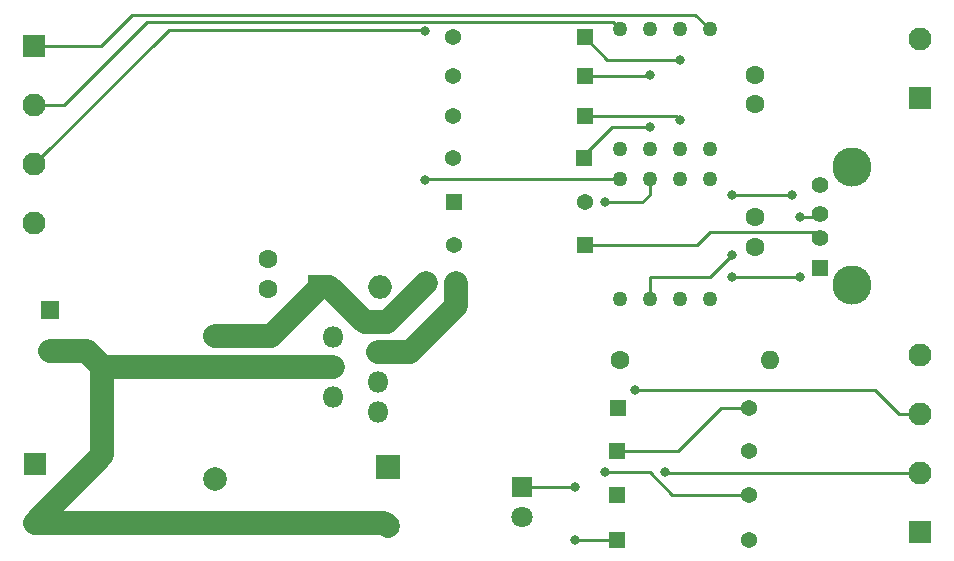
<source format=gbr>
%TF.GenerationSoftware,KiCad,Pcbnew,(6.0.9)*%
%TF.CreationDate,2022-12-19T09:49:19-08:00*%
%TF.ProjectId,TinyG-SuperPid-Integrator,54696e79-472d-4537-9570-65725069642d,rev?*%
%TF.SameCoordinates,Original*%
%TF.FileFunction,Copper,L4,Bot*%
%TF.FilePolarity,Positive*%
%FSLAX46Y46*%
G04 Gerber Fmt 4.6, Leading zero omitted, Abs format (unit mm)*
G04 Created by KiCad (PCBNEW (6.0.9)) date 2022-12-19 09:49:19*
%MOMM*%
%LPD*%
G01*
G04 APERTURE LIST*
%TA.AperFunction,ComponentPad*%
%ADD10C,1.270000*%
%TD*%
%TA.AperFunction,ComponentPad*%
%ADD11R,1.950000X1.950000*%
%TD*%
%TA.AperFunction,ComponentPad*%
%ADD12C,1.950000*%
%TD*%
%TA.AperFunction,ComponentPad*%
%ADD13C,2.000000*%
%TD*%
%TA.AperFunction,ComponentPad*%
%ADD14C,1.600000*%
%TD*%
%TA.AperFunction,ComponentPad*%
%ADD15O,1.600000X1.600000*%
%TD*%
%TA.AperFunction,ComponentPad*%
%ADD16R,1.371600X1.371600*%
%TD*%
%TA.AperFunction,ComponentPad*%
%ADD17C,1.371600*%
%TD*%
%TA.AperFunction,ComponentPad*%
%ADD18R,2.000000X2.000000*%
%TD*%
%TA.AperFunction,ComponentPad*%
%ADD19O,2.000000X2.000000*%
%TD*%
%TA.AperFunction,ComponentPad*%
%ADD20R,1.800000X1.800000*%
%TD*%
%TA.AperFunction,ComponentPad*%
%ADD21O,1.800000X1.800000*%
%TD*%
%TA.AperFunction,ComponentPad*%
%ADD22R,1.408000X1.408000*%
%TD*%
%TA.AperFunction,ComponentPad*%
%ADD23C,1.408000*%
%TD*%
%TA.AperFunction,ComponentPad*%
%ADD24C,3.316000*%
%TD*%
%TA.AperFunction,ComponentPad*%
%ADD25R,1.600000X1.600000*%
%TD*%
%TA.AperFunction,ComponentPad*%
%ADD26C,1.800000*%
%TD*%
%TA.AperFunction,ViaPad*%
%ADD27C,0.800000*%
%TD*%
%TA.AperFunction,Conductor*%
%ADD28C,2.000000*%
%TD*%
%TA.AperFunction,Conductor*%
%ADD29C,0.250000*%
%TD*%
G04 APERTURE END LIST*
D10*
%TO.P,U2,1,A1*%
%TO.N,Net-(J1-Pad1)*%
X86995000Y-47585000D03*
%TO.P,U2,2,C1*%
%TO.N,Net-(R1-Pad1)*%
X84455000Y-47585000D03*
%TO.P,U2,3,C2*%
%TO.N,Net-(R2-Pad1)*%
X81915000Y-47585000D03*
%TO.P,U2,4,A2*%
%TO.N,Net-(J1-Pad2)*%
X79375000Y-47585000D03*
%TO.P,U2,5,GND*%
%TO.N,GND*%
X79375000Y-57745000D03*
%TO.P,U2,6,O2*%
%TO.N,Net-(J2-Pad3)*%
X81915000Y-57745000D03*
%TO.P,U2,7,O1*%
%TO.N,Net-(J2-Pad2)*%
X84455000Y-57745000D03*
%TO.P,U2,8,Vcc*%
%TO.N,+5V*%
X86995000Y-57745000D03*
%TD*%
D11*
%TO.P,J2,1,+5*%
%TO.N,+5V*%
X104775000Y-90170000D03*
D12*
%TO.P,J2,2,PWM*%
%TO.N,Net-(J2-Pad2)*%
X104775000Y-85170000D03*
%TO.P,J2,3,RUN*%
%TO.N,Net-(J2-Pad3)*%
X104775000Y-80170000D03*
%TO.P,J2,4,GND*%
%TO.N,GND*%
X104775000Y-75170000D03*
%TD*%
D13*
%TO.P,L1,1,1*%
%TO.N,Net-(Cb1-Pad1)*%
X45085000Y-73570000D03*
%TO.P,L1,2,2*%
%TO.N,+5V*%
X45085000Y-85640000D03*
%TD*%
D14*
%TO.P,RL1,1*%
%TO.N,GND*%
X79375000Y-75565000D03*
D15*
%TO.P,RL1,2*%
%TO.N,+5V*%
X92075000Y-75565000D03*
%TD*%
D16*
%TO.P,R1,1*%
%TO.N,Net-(R1-Pad1)*%
X76415700Y-48260000D03*
D17*
%TO.P,R1,2*%
%TO.N,GND*%
X65290500Y-48260000D03*
%TD*%
D18*
%TO.P,D1,1,K*%
%TO.N,Net-(Cb1-Pad1)*%
X54013318Y-69387801D03*
D19*
%TO.P,D1,2,A*%
%TO.N,GND*%
X59093318Y-69387801D03*
%TD*%
D16*
%TO.P,R9,1*%
%TO.N,GND*%
X79159300Y-86995000D03*
D17*
%TO.P,R9,2*%
%TO.N,Net-(R9-Pad2)*%
X90284500Y-86995000D03*
%TD*%
D11*
%TO.P,J1,1,PWM*%
%TO.N,Net-(J1-Pad1)*%
X29807500Y-49015000D03*
D12*
%TO.P,J1,2,SPIN*%
%TO.N,Net-(J1-Pad2)*%
X29807500Y-54015000D03*
%TO.P,J1,3,COOL*%
%TO.N,Net-(J1-Pad3)*%
X29807500Y-59015000D03*
%TO.P,J1,4,GND*%
%TO.N,GND*%
X29807500Y-64015000D03*
%TD*%
D20*
%TO.P,U1,1,Switch_Out*%
%TO.N,Net-(Cb1-Pad1)*%
X58905000Y-72390000D03*
D21*
%TO.P,U1,2,VIN*%
%TO.N,Net-(Cin1-Pad1)*%
X55105000Y-73660000D03*
%TO.P,U1,3,BOOST*%
%TO.N,Net-(Cb1-Pad2)*%
X58905000Y-74930000D03*
%TO.P,U1,4,GND*%
%TO.N,GND*%
X55105000Y-76200000D03*
%TO.P,U1,5,NC*%
%TO.N,unconnected-(U1-Pad5)*%
X58905000Y-77470000D03*
%TO.P,U1,6,FB*%
%TO.N,+5V*%
X55105000Y-78740000D03*
%TO.P,U1,7,ON/OFF*%
%TO.N,unconnected-(U1-Pad7)*%
X58905000Y-80010000D03*
%TD*%
D11*
%TO.P,J5,1,+*%
%TO.N,Net-(J5-Pad1)*%
X104812500Y-53420000D03*
D12*
%TO.P,J5,2,-*%
%TO.N,GND*%
X104812500Y-48420000D03*
%TD*%
D14*
%TO.P,C2,1*%
%TO.N,+5V*%
X90805000Y-63520000D03*
%TO.P,C2,2*%
%TO.N,GND*%
X90805000Y-66020000D03*
%TD*%
D22*
%TO.P,J4,1,Vcc*%
%TO.N,+5V*%
X96365000Y-67782500D03*
D23*
%TO.P,J4,2,D-*%
%TO.N,Net-(J4-Pad2)*%
X96365000Y-65282500D03*
%TO.P,J4,3,D+*%
%TO.N,Net-(J4-Pad3)*%
X96365000Y-63282500D03*
%TO.P,J4,4,GND*%
%TO.N,GND*%
X96365000Y-60782500D03*
D24*
%TO.P,J4,5,SHIELD*%
X99035000Y-69282500D03*
X99035000Y-59282500D03*
%TD*%
D16*
%TO.P,R8,1*%
%TO.N,Net-(J4-Pad3)*%
X79159300Y-83345678D03*
D17*
%TO.P,R8,2*%
%TO.N,+5V*%
X90284500Y-83345678D03*
%TD*%
D25*
%TO.P,Cin1,1*%
%TO.N,Net-(Cin1-Pad1)*%
X31115000Y-71372349D03*
D14*
%TO.P,Cin1,2*%
%TO.N,GND*%
X31115000Y-74872349D03*
%TD*%
D16*
%TO.P,R10,1*%
%TO.N,Net-(D2-Pad1)*%
X79159300Y-90805000D03*
D17*
%TO.P,R10,2*%
%TO.N,GND*%
X90284500Y-90805000D03*
%TD*%
D10*
%TO.P,U3,1,A1*%
%TO.N,unconnected-(U3-Pad1)*%
X86995000Y-60285000D03*
%TO.P,U3,2,C1*%
%TO.N,unconnected-(U3-Pad2)*%
X84455000Y-60285000D03*
%TO.P,U3,3,C2*%
%TO.N,Net-(R9-Pad2)*%
X81915000Y-60285000D03*
%TO.P,U3,4,A2*%
%TO.N,Net-(J1-Pad3)*%
X79375000Y-60285000D03*
%TO.P,U3,5,GND*%
%TO.N,GND*%
X79375000Y-70445000D03*
%TO.P,U3,6,O2*%
%TO.N,Net-(J5-Pad1)*%
X81915000Y-70445000D03*
%TO.P,U3,7,O1*%
%TO.N,unconnected-(U3-Pad7)*%
X84455000Y-70445000D03*
%TO.P,U3,8,Vcc*%
%TO.N,+5V*%
X86995000Y-70445000D03*
%TD*%
D14*
%TO.P,Cb1,1*%
%TO.N,Net-(Cb1-Pad1)*%
X63000203Y-69084865D03*
%TO.P,Cb1,2*%
%TO.N,Net-(Cb1-Pad2)*%
X65500203Y-69084865D03*
%TD*%
%TO.P,Cinx1,1*%
%TO.N,Net-(Cin1-Pad1)*%
X49562685Y-69592058D03*
%TO.P,Cinx1,2*%
%TO.N,GND*%
X49562685Y-67092058D03*
%TD*%
%TO.P,C1,1*%
%TO.N,+5V*%
X90805000Y-51435000D03*
%TO.P,C1,2*%
%TO.N,GND*%
X90805000Y-53935000D03*
%TD*%
D18*
%TO.P,Cout1,1*%
%TO.N,+5V*%
X59752077Y-84696742D03*
D13*
%TO.P,Cout1,2*%
%TO.N,GND*%
X59752077Y-89696742D03*
%TD*%
D11*
%TO.P,J3,1,+*%
%TO.N,Net-(Cin1-Pad1)*%
X29828410Y-84380787D03*
D12*
%TO.P,J3,2,-*%
%TO.N,GND*%
X29828410Y-89380787D03*
%TD*%
D16*
%TO.P,R7,1*%
%TO.N,GND*%
X79227567Y-79696356D03*
D17*
%TO.P,R7,2*%
%TO.N,Net-(J4-Pad3)*%
X90352767Y-79696356D03*
%TD*%
D16*
%TO.P,R2,1*%
%TO.N,Net-(R2-Pad1)*%
X76415700Y-51585365D03*
D17*
%TO.P,R2,2*%
%TO.N,GND*%
X65290500Y-51585365D03*
%TD*%
D20*
%TO.P,D2,1,K*%
%TO.N,Net-(D2-Pad1)*%
X71120000Y-86355000D03*
D26*
%TO.P,D2,2,A*%
%TO.N,+5V*%
X71120000Y-88895000D03*
%TD*%
D16*
%TO.P,R5,1*%
%TO.N,GND*%
X65312152Y-62214758D03*
D17*
%TO.P,R5,2*%
%TO.N,Net-(J4-Pad2)*%
X76437352Y-62214758D03*
%TD*%
D16*
%TO.P,R3,1*%
%TO.N,Net-(J2-Pad2)*%
X76415700Y-54910730D03*
D17*
%TO.P,R3,2*%
%TO.N,+5V*%
X65290500Y-54910730D03*
%TD*%
D16*
%TO.P,R4,1*%
%TO.N,Net-(J2-Pad3)*%
X76390749Y-58532218D03*
D17*
%TO.P,R4,2*%
%TO.N,+5V*%
X65265549Y-58532218D03*
%TD*%
D16*
%TO.P,R6,1*%
%TO.N,Net-(J4-Pad2)*%
X76446305Y-65864080D03*
D17*
%TO.P,R6,2*%
%TO.N,+5V*%
X65321105Y-65864080D03*
%TD*%
D27*
%TO.N,Net-(J1-Pad3)*%
X62865000Y-47714500D03*
X62865000Y-60325000D03*
%TO.N,Net-(J2-Pad2)*%
X83185000Y-85090000D03*
X84455000Y-55245000D03*
%TO.N,Net-(J2-Pad3)*%
X80645000Y-78105000D03*
X81915000Y-55880000D03*
%TO.N,Net-(J4-Pad3)*%
X94615000Y-63500000D03*
X94615000Y-68580000D03*
X88900000Y-68580000D03*
%TO.N,Net-(R1-Pad1)*%
X84455000Y-50165000D03*
%TO.N,Net-(R2-Pad1)*%
X81915000Y-51435000D03*
%TO.N,Net-(R9-Pad2)*%
X78105000Y-85090000D03*
X78105000Y-62230000D03*
%TO.N,Net-(J5-Pad1)*%
X88900000Y-66675000D03*
X93980000Y-61595000D03*
X88900000Y-61595000D03*
%TO.N,Net-(D2-Pad1)*%
X75565000Y-86360000D03*
X75565000Y-90805000D03*
%TD*%
D28*
%TO.N,GND*%
X59436122Y-89380787D02*
X59752077Y-89696742D01*
X34232349Y-74872349D02*
X35560000Y-76200000D01*
X29828410Y-89380787D02*
X59436122Y-89380787D01*
X29828410Y-89380787D02*
X35560000Y-83649197D01*
X35560000Y-83649197D02*
X35560000Y-76200000D01*
X35560000Y-76200000D02*
X55105000Y-76200000D01*
X31115000Y-74872349D02*
X34232349Y-74872349D01*
%TO.N,Net-(Cb1-Pad1)*%
X58905000Y-72390000D02*
X59695068Y-72390000D01*
X49831119Y-73570000D02*
X54013318Y-69387801D01*
X54013318Y-69387801D02*
X54782801Y-69387801D01*
X57785000Y-72390000D02*
X58905000Y-72390000D01*
X59695068Y-72390000D02*
X63000203Y-69084865D01*
X54782801Y-69387801D02*
X57785000Y-72390000D01*
X45085000Y-73570000D02*
X49831119Y-73570000D01*
%TO.N,Net-(Cb1-Pad2)*%
X65500203Y-71024797D02*
X65500203Y-69084865D01*
X58905000Y-74930000D02*
X61595000Y-74930000D01*
X61595000Y-74930000D02*
X65500203Y-71024797D01*
D29*
%TO.N,Net-(J1-Pad1)*%
X85765000Y-46355000D02*
X86995000Y-47585000D01*
X38100000Y-46355000D02*
X35440000Y-49015000D01*
X38100000Y-46355000D02*
X85765000Y-46355000D01*
X35440000Y-49015000D02*
X29807500Y-49015000D01*
%TO.N,Net-(J1-Pad3)*%
X29807500Y-59015000D02*
X41197500Y-47625000D01*
X62865000Y-60325000D02*
X62905000Y-60285000D01*
X42545000Y-47625000D02*
X62775500Y-47625000D01*
X41197500Y-47625000D02*
X42545000Y-47625000D01*
X62905000Y-60285000D02*
X79375000Y-60285000D01*
X62775500Y-47625000D02*
X62865000Y-47714500D01*
%TO.N,Net-(J2-Pad2)*%
X104775000Y-85170000D02*
X83265000Y-85170000D01*
X83265000Y-85170000D02*
X83185000Y-85090000D01*
X84120730Y-54910730D02*
X84455000Y-55245000D01*
X76415700Y-54910730D02*
X84120730Y-54910730D01*
%TO.N,Net-(J2-Pad3)*%
X76390749Y-58532218D02*
X76390749Y-58229251D01*
X104775000Y-80170000D02*
X103030000Y-80170000D01*
X78740000Y-55880000D02*
X81915000Y-55880000D01*
X100965000Y-78105000D02*
X80645000Y-78105000D01*
X76390749Y-58229251D02*
X78740000Y-55880000D01*
X103030000Y-80170000D02*
X100965000Y-78105000D01*
%TO.N,Net-(J4-Pad2)*%
X95852500Y-64770000D02*
X96365000Y-65282500D01*
X85900920Y-65864080D02*
X86995000Y-64770000D01*
X86995000Y-64770000D02*
X95852500Y-64770000D01*
X76446305Y-65864080D02*
X85900920Y-65864080D01*
%TO.N,Net-(J4-Pad3)*%
X87943644Y-79696356D02*
X90352767Y-79696356D01*
X96147500Y-63500000D02*
X96365000Y-63282500D01*
X88900000Y-68580000D02*
X91067500Y-68580000D01*
X91067500Y-68580000D02*
X94615000Y-68580000D01*
X94615000Y-63500000D02*
X96147500Y-63500000D01*
X79159300Y-83345678D02*
X84294322Y-83345678D01*
X84294322Y-83345678D02*
X87943644Y-79696356D01*
%TO.N,Net-(J1-Pad2)*%
X78780000Y-46990000D02*
X79375000Y-47585000D01*
X39370000Y-46990000D02*
X78780000Y-46990000D01*
X29807500Y-54015000D02*
X32345000Y-54015000D01*
X32345000Y-54015000D02*
X39370000Y-46990000D01*
%TO.N,Net-(R1-Pad1)*%
X78320700Y-50165000D02*
X84455000Y-50165000D01*
X76415700Y-48260000D02*
X78320700Y-50165000D01*
%TO.N,Net-(R2-Pad1)*%
X81764635Y-51585365D02*
X76415700Y-51585365D01*
X81915000Y-51435000D02*
X81764635Y-51585365D01*
%TO.N,Net-(R9-Pad2)*%
X81915000Y-85090000D02*
X83820000Y-86995000D01*
X78105000Y-62230000D02*
X81280000Y-62230000D01*
X83820000Y-86995000D02*
X90284500Y-86995000D01*
X81280000Y-62230000D02*
X81915000Y-61595000D01*
X81915000Y-61595000D02*
X81915000Y-60285000D01*
X78105000Y-85090000D02*
X81915000Y-85090000D01*
%TO.N,Net-(J5-Pad1)*%
X93980000Y-61595000D02*
X88900000Y-61595000D01*
X81915000Y-68580000D02*
X86995000Y-68580000D01*
X86995000Y-68580000D02*
X88900000Y-66675000D01*
X81915000Y-68580000D02*
X81915000Y-70445000D01*
%TO.N,Net-(D2-Pad1)*%
X75565000Y-90805000D02*
X79159300Y-90805000D01*
X71120000Y-86355000D02*
X75560000Y-86355000D01*
X75560000Y-86355000D02*
X75565000Y-86360000D01*
%TD*%
M02*

</source>
